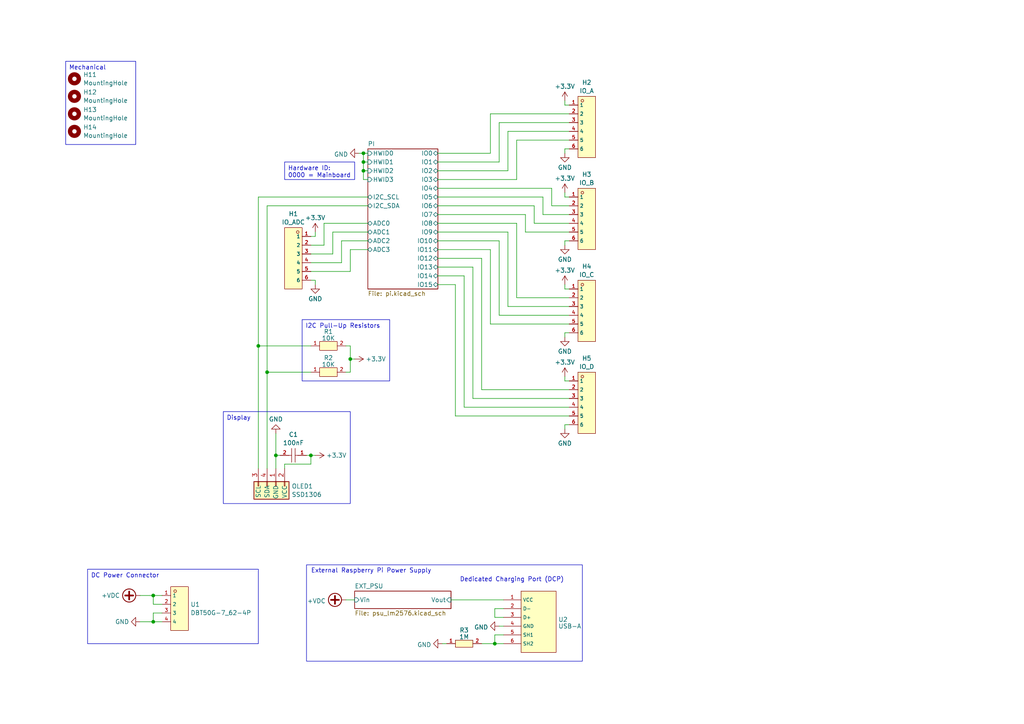
<source format=kicad_sch>
(kicad_sch (version 20230121) (generator eeschema)
  (paper "A4")
  (title_block (title "Dispensy Mainboard") (date "2024-01-20") (rev "0") (company "DrinkRobotics") (comment 1 "https://git.xythobuz.de/thomas/Dispensy") (comment 2 "Licensed under the CERN-OHL-S-2.0+") (comment 3 "PCB Thickness: 1mm") (comment 4 "Copyright (c) 2023 - 2024 Thomas Buck <thomas@xythobuz.de>"))
  (lib_symbols
    (symbol "Mechanical:MountingHole" (pin_names (offset 1.016))
      (property "Reference" "H" (at 0 5.08 0))
      (property "Value" "MountingHole" (at 0 3.175 0))
      (symbol "MountingHole_0_1"
        (circle (center 0 0) (radius 1.27) (stroke (width 1.27)))
      )
    )
    (symbol "SSD1306:SSD1306" (pin_names (offset 1.016))
      (property "Reference" "OLED" (at 0 5.08 0))
      (property "Value" "SSD1306" (at 0 -7.62 0))
      (symbol "SSD1306_1_1"
        (rectangle (start -1.27 -4.953) (end 0 -5.207) (stroke (width 0.1524)))
        (rectangle (start -1.27 -2.413) (end 0 -2.667) (stroke (width 0.1524)))
        (rectangle (start -1.27 0.127) (end 0 -0.127) (stroke (width 0.1524)))
        (rectangle (start -1.27 2.667) (end 0 2.413) (stroke (width 0.1524)))
        (rectangle (start -1.27 3.81) (end 3.81 -6.35) (stroke (width 0.254)) (fill (type background)))
        (pin power_in line (at -5.08 0 0) (length 3.81) (name "GND") (number "1"))
        (pin power_in line (at -5.08 2.54 0) (length 3.81) (name "VCC") (number "2"))
        (pin input line (at -5.08 -5.08 0) (length 3.81) (name "SCL") (number "3"))
        (pin bidirectional line (at -5.08 -2.54 0) (length 3.81) (name "SDA") (number "4"))
      )
    )
    (symbol "jlc:AC0402FR-071ML" (pin_names hide)
      (property "Reference" "R" (at 0 1.27 0))
      (property "Value" "AC0402FR-071ML" (at 0 -2.54 0))
      (symbol "AC0402FR-071ML_0_1"
        (rectangle (start -2.54 1.016) (end 2.54 -1.016) (fill (type background)))
        (pin unspecified line (at -5.08 0 0) (length 2.54) (name "1") (number "1"))
        (pin unspecified line (at 5.08 0 180) (length 2.54) (name "2") (number "2"))
      )
    )
    (symbol "jlc:CC0402KRX7R8BB104" (pin_names hide)
      (property "Reference" "C" (at 0 1.27 0))
      (property "Value" "CC0402KRX7R8BB104" (at 0 -2.54 0))
      (symbol "CC0402KRX7R8BB104_0_1"
        (polyline (pts (xy -1.27 0) (xy -0.508 0)))
        (polyline (pts (xy -0.508 2.032) (xy -0.508 -2.032)))
        (polyline (pts (xy 0.508 0) (xy 1.27 0)))
        (polyline (pts (xy 0.508 2.032) (xy 0.508 -2.032)))
        (pin input line (at -3.81 0 0) (length 2.54) (name "1") (number "1"))
        (pin input line (at 3.81 0 180) (length 2.54) (name "2") (number "2"))
      )
    )
    (symbol "jlc:CR-02FL6---10K" (pin_names hide)
      (property "Reference" "R" (at 0 1.27 0))
      (property "Value" "CR-02FL6---10K" (at 0 -2.54 0))
      (symbol "CR-02FL6---10K_0_1"
        (rectangle (start -2.54 1.27) (end 2.54 -1.27) (fill (type background)))
        (pin unspecified line (at -5.08 0 0) (length 2.54) (name "1") (number "1"))
        (pin unspecified line (at 5.08 0 180) (length 2.54) (name "2") (number "2"))
      )
    )
    (symbol "jlc:DBT50G-7_62-4P"
      (property "Reference" "U" (at 0 1.27 0))
      (property "Value" "DBT50G-7_62-4P" (at 0 -2.54 0))
      (symbol "DBT50G-7_62-4P_0_1"
        (rectangle (start -2.54 6.35) (end 2.54 -6.35) (fill (type background)))
        (circle (center -1.27 5.08) (radius 0.381) (fill (type background)))
        (pin unspecified line (at -5.08 3.81 0) (length 2.54) (name "1") (number "1"))
        (pin unspecified line (at -5.08 1.27 0) (length 2.54) (name "2") (number "2"))
        (pin unspecified line (at -5.08 -1.27 0) (length 2.54) (name "3") (number "3"))
        (pin unspecified line (at -5.08 -3.81 0) (length 2.54) (name "4") (number "4"))
      )
    )
    (symbol "jlc:Header-Female-2_54_1x6"
      (property "Reference" "H" (at 0 1.27 0))
      (property "Value" "Header-Female-2_54_1x6" (at 0 -2.54 0))
      (symbol "Header-Female-2_54_1x6_0_1"
        (rectangle (start -2.54 8.89) (end 2.54 -8.89) (fill (type background)))
        (circle (center -1.27 7.62) (radius 0.381) (fill (type background)))
        (pin unspecified line (at -5.08 6.35 0) (length 2.54) (name "1") (number "1"))
        (pin unspecified line (at -5.08 3.81 0) (length 2.54) (name "2") (number "2"))
        (pin unspecified line (at -5.08 1.27 0) (length 2.54) (name "3") (number "3"))
        (pin unspecified line (at -5.08 -1.27 0) (length 2.54) (name "4") (number "4"))
        (pin unspecified line (at -5.08 -3.81 0) (length 2.54) (name "5") (number "5"))
        (pin unspecified line (at -5.08 -6.35 0) (length 2.54) (name "6") (number "6"))
      )
    )
    (symbol "jlc:U-USBAR04P-F000"
      (property "Reference" "U" (at 0 1.27 0))
      (property "Value" "U-USBAR04P-F000" (at 0 -2.54 0))
      (symbol "U-USBAR04P-F000_0_1"
        (rectangle (start -2.54 10.16) (end 7.62 -7.62) (fill (type background)))
        (pin unspecified line (at -7.62 7.62 0) (length 5.08) (name "VCC") (number "1"))
        (pin unspecified line (at -7.62 5.08 0) (length 5.08) (name "D-") (number "2"))
        (pin unspecified line (at -7.62 2.54 0) (length 5.08) (name "D+") (number "3"))
        (pin unspecified line (at -7.62 0 0) (length 5.08) (name "GND") (number "4"))
        (pin unspecified line (at -7.62 -2.54 0) (length 5.08) (name "SH1") (number "5"))
        (pin unspecified line (at -7.62 -5.08 0) (length 5.08) (name "SH2") (number "6"))
      )
    )
    (symbol "power:+3.3V" (power) (pin_names (offset 0))
      (property "Value" "+3.3V" (at 0 3.556 0))
      (symbol "+3.3V_0_1"
        (polyline (pts (xy -0.762 1.27) (xy 0 2.54)))
        (polyline (pts (xy 0 0) (xy 0 2.54)))
        (polyline (pts (xy 0 2.54) (xy 0.762 1.27)))
      )
      (symbol "+3.3V_1_1"
        (pin power_in line (at 0 0 90) (length 0) hide (name "+3.3V") (number "1"))
      )
    )
    (symbol "power:+VDC" (power) (pin_names (offset 0))
      (property "Value" "+VDC" (at 0 6.35 0))
      (symbol "+VDC_0_1"
        (polyline (pts (xy -1.143 3.175) (xy 1.143 3.175)) (stroke (width 0.508)))
        (polyline (pts (xy 0 0) (xy 0 1.27)))
        (polyline (pts (xy 0 2.032) (xy 0 4.318)) (stroke (width 0.508)))
        (circle (center 0 3.175) (radius 1.905) (stroke (width 0.254)))
      )
      (symbol "+VDC_1_1"
        (pin power_in line (at 0 0 90) (length 0) hide (name "+VDC") (number "1"))
      )
    )
    (symbol "power:GND" (power) (pin_names (offset 0))
      (property "Value" "GND" (at 0 -3.81 0))
      (symbol "GND_0_1"
        (polyline (pts (xy 0 0) (xy 0 -1.27) (xy 1.27 -1.27) (xy 0 -2.54) (xy -1.27 -1.27) (xy 0 -1.27)))
      )
      (symbol "GND_1_1"
        (pin power_in line (at 0 0 270) (length 0) hide (name "GND") (number "1"))
      )
    )
  )
  (junction (at 44.45 172.72))
  (junction (at 101.6 104.14))
  (junction (at 44.45 180.34))
  (junction (at 77.47 107.95))
  (junction (at 143.51 186.69))
  (junction (at 74.93 100.33))
  (junction (at 105.41 46.99))
  (junction (at 105.41 49.53))
  (junction (at 80.01 132.08))
  (junction (at 90.17 132.08))
  (junction (at 105.41 44.45))
  (wire (pts (xy 143.51 186.69) (xy 139.7 186.69)))
  (wire (pts (xy 143.51 176.53) (xy 146.05 176.53)))
  (wire (pts (xy 104.14 44.45) (xy 105.41 44.45)))
  (wire (pts (xy 90.17 134.62) (xy 90.17 132.08)))
  (wire (pts (xy 147.32 49.53) (xy 127 49.53)))
  (wire (pts (xy 82.55 135.89) (xy 82.55 134.62)))
  (wire (pts (xy 165.1 88.9) (xy 147.32 88.9)))
  (wire (pts (xy 80.01 132.08) (xy 80.01 135.89)))
  (wire (pts (xy 44.45 177.8) (xy 44.45 180.34)))
  (wire (pts (xy 163.83 30.48) (xy 163.83 29.21)))
  (wire (pts (xy 163.83 43.18) (xy 163.83 44.45)))
  (wire (pts (xy 142.24 72.39) (xy 127 72.39)))
  (wire (pts (xy 144.78 69.85) (xy 127 69.85)))
  (wire (pts (xy 77.47 107.95) (xy 77.47 59.69)))
  (wire (pts (xy 46.99 177.8) (xy 44.45 177.8)))
  (wire (pts (xy 77.47 59.69) (xy 106.68 59.69)))
  (wire (pts (xy 163.83 110.49) (xy 163.83 109.22)))
  (wire (pts (xy 100.33 107.95) (xy 101.6 107.95)))
  (wire (pts (xy 101.6 78.74) (xy 101.6 72.39)))
  (wire (pts (xy 147.32 88.9) (xy 147.32 67.31)))
  (wire (pts (xy 77.47 107.95) (xy 90.17 107.95)))
  (wire (pts (xy 101.6 104.14) (xy 102.87 104.14)))
  (wire (pts (xy 132.08 120.65) (xy 165.1 120.65)))
  (wire (pts (xy 165.1 67.31) (xy 152.4 67.31)))
  (wire (pts (xy 80.01 125.73) (xy 80.01 132.08)))
  (wire (pts (xy 127 82.55) (xy 132.08 82.55)))
  (wire (pts (xy 144.78 181.61) (xy 146.05 181.61)))
  (wire (pts (xy 106.68 52.07) (xy 105.41 52.07)))
  (wire (pts (xy 105.41 52.07) (xy 105.41 49.53)))
  (wire (pts (xy 132.08 82.55) (xy 132.08 120.65)))
  (wire (pts (xy 144.78 46.99) (xy 127 46.99)))
  (wire (pts (xy 165.1 110.49) (xy 163.83 110.49)))
  (wire (pts (xy 44.45 175.26) (xy 44.45 172.72)))
  (wire (pts (xy 165.1 96.52) (xy 163.83 96.52)))
  (wire (pts (xy 137.16 115.57) (xy 137.16 77.47)))
  (wire (pts (xy 139.7 113.03) (xy 139.7 74.93)))
  (wire (pts (xy 90.17 78.74) (xy 101.6 78.74)))
  (wire (pts (xy 74.93 57.15) (xy 106.68 57.15)))
  (wire (pts (xy 165.1 62.23) (xy 157.48 62.23)))
  (wire (pts (xy 160.02 54.61) (xy 160.02 59.69)))
  (wire (pts (xy 40.64 180.34) (xy 44.45 180.34)))
  (wire (pts (xy 128.27 186.69) (xy 129.54 186.69)))
  (wire (pts (xy 165.1 118.11) (xy 134.62 118.11)))
  (wire (pts (xy 88.9 132.08) (xy 90.17 132.08)))
  (wire (pts (xy 44.45 172.72) (xy 46.99 172.72)))
  (wire (pts (xy 147.32 38.1) (xy 147.32 49.53)))
  (wire (pts (xy 144.78 35.56) (xy 144.78 46.99)))
  (wire (pts (xy 165.1 30.48) (xy 163.83 30.48)))
  (wire (pts (xy 99.06 76.2) (xy 99.06 69.85)))
  (wire (pts (xy 165.1 69.85) (xy 163.83 69.85)))
  (wire (pts (xy 74.93 135.89) (xy 74.93 100.33)))
  (wire (pts (xy 101.6 72.39) (xy 106.68 72.39)))
  (wire (pts (xy 142.24 33.02) (xy 142.24 44.45)))
  (wire (pts (xy 90.17 68.58) (xy 91.44 68.58)))
  (wire (pts (xy 90.17 76.2) (xy 99.06 76.2)))
  (wire (pts (xy 146.05 179.07) (xy 143.51 179.07)))
  (wire (pts (xy 91.44 81.28) (xy 91.44 82.55)))
  (wire (pts (xy 165.1 57.15) (xy 163.83 57.15)))
  (wire (pts (xy 101.6 107.95) (xy 101.6 104.14)))
  (wire (pts (xy 77.47 135.89) (xy 77.47 107.95)))
  (wire (pts (xy 165.1 83.82) (xy 163.83 83.82)))
  (wire (pts (xy 105.41 49.53) (xy 105.41 46.99)))
  (wire (pts (xy 143.51 184.15) (xy 143.51 186.69)))
  (wire (pts (xy 160.02 59.69) (xy 165.1 59.69)))
  (wire (pts (xy 100.33 173.99) (xy 102.87 173.99)))
  (wire (pts (xy 157.48 57.15) (xy 127 57.15)))
  (wire (pts (xy 154.94 64.77) (xy 154.94 59.69)))
  (wire (pts (xy 165.1 43.18) (xy 163.83 43.18)))
  (wire (pts (xy 165.1 91.44) (xy 144.78 91.44)))
  (wire (pts (xy 144.78 35.56) (xy 165.1 35.56)))
  (wire (pts (xy 149.86 40.64) (xy 149.86 52.07)))
  (wire (pts (xy 142.24 44.45) (xy 127 44.45)))
  (wire (pts (xy 91.44 68.58) (xy 91.44 67.31)))
  (wire (pts (xy 80.01 132.08) (xy 81.28 132.08)))
  (wire (pts (xy 165.1 93.98) (xy 142.24 93.98)))
  (wire (pts (xy 165.1 64.77) (xy 154.94 64.77)))
  (wire (pts (xy 106.68 46.99) (xy 105.41 46.99)))
  (wire (pts (xy 146.05 184.15) (xy 143.51 184.15)))
  (wire (pts (xy 149.86 86.36) (xy 149.86 64.77)))
  (wire (pts (xy 90.17 73.66) (xy 96.52 73.66)))
  (wire (pts (xy 90.17 71.12) (xy 93.98 71.12)))
  (wire (pts (xy 147.32 67.31) (xy 127 67.31)))
  (wire (pts (xy 40.64 172.72) (xy 44.45 172.72)))
  (wire (pts (xy 142.24 93.98) (xy 142.24 72.39)))
  (wire (pts (xy 46.99 175.26) (xy 44.45 175.26)))
  (wire (pts (xy 165.1 115.57) (xy 137.16 115.57)))
  (wire (pts (xy 101.6 100.33) (xy 101.6 104.14)))
  (wire (pts (xy 105.41 46.99) (xy 105.41 44.45)))
  (wire (pts (xy 90.17 81.28) (xy 91.44 81.28)))
  (wire (pts (xy 157.48 62.23) (xy 157.48 57.15)))
  (wire (pts (xy 130.81 173.99) (xy 146.05 173.99)))
  (wire (pts (xy 163.83 57.15) (xy 163.83 55.88)))
  (wire (pts (xy 152.4 67.31) (xy 152.4 62.23)))
  (wire (pts (xy 44.45 180.34) (xy 46.99 180.34)))
  (wire (pts (xy 74.93 100.33) (xy 90.17 100.33)))
  (wire (pts (xy 147.32 38.1) (xy 165.1 38.1)))
  (wire (pts (xy 144.78 91.44) (xy 144.78 69.85)))
  (wire (pts (xy 100.33 100.33) (xy 101.6 100.33)))
  (wire (pts (xy 90.17 132.08) (xy 91.44 132.08)))
  (wire (pts (xy 105.41 44.45) (xy 106.68 44.45)))
  (wire (pts (xy 93.98 71.12) (xy 93.98 64.77)))
  (wire (pts (xy 139.7 74.93) (xy 127 74.93)))
  (wire (pts (xy 99.06 69.85) (xy 106.68 69.85)))
  (wire (pts (xy 163.83 96.52) (xy 163.83 97.79)))
  (wire (pts (xy 163.83 123.19) (xy 163.83 124.46)))
  (wire (pts (xy 93.98 64.77) (xy 106.68 64.77)))
  (wire (pts (xy 154.94 59.69) (xy 127 59.69)))
  (wire (pts (xy 152.4 62.23) (xy 127 62.23)))
  (wire (pts (xy 149.86 40.64) (xy 165.1 40.64)))
  (wire (pts (xy 127 54.61) (xy 160.02 54.61)))
  (wire (pts (xy 134.62 80.01) (xy 127 80.01)))
  (wire (pts (xy 142.24 33.02) (xy 165.1 33.02)))
  (wire (pts (xy 149.86 52.07) (xy 127 52.07)))
  (wire (pts (xy 96.52 67.31) (xy 106.68 67.31)))
  (wire (pts (xy 163.83 69.85) (xy 163.83 71.12)))
  (wire (pts (xy 105.41 49.53) (xy 106.68 49.53)))
  (wire (pts (xy 165.1 113.03) (xy 139.7 113.03)))
  (wire (pts (xy 74.93 100.33) (xy 74.93 57.15)))
  (wire (pts (xy 143.51 186.69) (xy 146.05 186.69)))
  (wire (pts (xy 163.83 83.82) (xy 163.83 82.55)))
  (wire (pts (xy 134.62 118.11) (xy 134.62 80.01)))
  (wire (pts (xy 82.55 134.62) (xy 90.17 134.62)))
  (wire (pts (xy 165.1 86.36) (xy 149.86 86.36)))
  (wire (pts (xy 149.86 64.77) (xy 127 64.77)))
  (wire (pts (xy 143.51 179.07) (xy 143.51 176.53)))
  (wire (pts (xy 96.52 73.66) (xy 96.52 67.31)))
  (wire (pts (xy 165.1 123.19) (xy 163.83 123.19)))
  (wire (pts (xy 137.16 77.47) (xy 127 77.47)))
  (rectangle (start 88.9 163.83) (end 168.91 191.77))
  (text_box "Hardware ID:\n0000 = Mainboard" (at 82.55 46.99 0) (size 20.32 5.08) (effects (font (size 1.27 1.27)) (justify left top)))
  (text_box "DC Power Connector" (at 25.4 165.1 0) (size 49.53 21.59) (effects (font (size 1.27 1.27)) (justify left top)))
  (text_box "I2C Pull-Up Resistors" (at 87.63 92.71 0) (size 25.4 17.78) (effects (font (size 1.27 1.27)) (justify left top)))
  (text_box "Display" (at 64.77 119.38 0) (size 36.83 26.67) (effects (font (size 1.27 1.27)) (justify left top)))
  (text_box "Mechanical" (at 19.05 17.78 0) (size 20.32 24.13) (effects (font (size 1.27 1.27)) (justify left top)))
  (text "Dedicated Charging Port (DCP)" (at 133.35 168.91 0) (effects (font (size 1.27 1.27)) (justify left bottom)))
  (text "External Raspberry Pi Power Supply" (at 90.17 166.37 0) (effects (font (size 1.27 1.27)) (justify left bottom)))
  (symbol (lib_id "Mechanical:MountingHole") (at 21.59 22.86 0) (unit 1)
    (property "Reference" "H11" (at 24.13 21.6479 0) (effects (justify left)))
    (property "Value" "MountingHole" (at 24.13 24.0721 0) (effects (justify left)))
    (property "Footprint" "MountingHole:MountingHole_3.2mm_M3_Pad_TopBottom" (effects hide))
  )
  (symbol (lib_id "power:+3.3V") (at 163.83 82.55 0) (unit 1)
    (property "Reference" "#PWR016" (effects hide))
    (property "Value" "+3.3V" (at 163.83 78.4169 0))
  )
  (symbol (lib_id "jlc:CC0402KRX7R8BB104") (at 85.09 132.08 180) (unit 1)
    (property "Reference" "C1" (at 85.09 126.0307 0))
    (property "Value" "100nF" (at 85.09 128.4549 0))
    (property "Footprint" "jlc_footprints:C0402" (effects hide))
    (property "Datasheet" "https://item.szlcsc.com/15869.html" (effects hide))
    (property "LCSC" "C105883" (effects hide))
    (property "Capacitance" "100nF" (effects hide))
  )
  (symbol (lib_id "SSD1306:SSD1306") (at 80.01 140.97 270) (unit 1)
    (property "Reference" "OLED1" (at 84.582 141.0279 90) (effects (justify left)))
    (property "Value" "SSD1306" (at 84.582 143.4521 90) (effects (justify left)))
    (property "Footprint" "extern:SSD1306_0.96_Oled" (effects hide))
  )
  (symbol (lib_id "power:GND") (at 80.01 125.73 180) (unit 1)
    (property "Reference" "#PWR03" (effects hide))
    (property "Value" "GND" (at 80.01 121.5969 0))
  )
  (symbol (lib_id "power:GND") (at 144.78 181.61 270) (unit 1)
    (property "Reference" "#PWR011" (effects hide))
    (property "Value" "GND" (at 141.6051 181.9268 90) (effects (justify right)))
  )
  (symbol (lib_id "Mechanical:MountingHole") (at 21.59 33.02 0) (unit 1)
    (property "Reference" "H13" (at 24.13 31.8079 0) (effects (justify left)))
    (property "Value" "MountingHole" (at 24.13 34.2321 0) (effects (justify left)))
    (property "Footprint" "MountingHole:MountingHole_3.2mm_M3_Pad_TopBottom" (effects hide))
  )
  (symbol (lib_id "jlc:U-USBAR04P-F000") (at 153.67 181.61 0) (unit 1)
    (property "Reference" "U2" (at 161.925 179.6963 0) (effects (justify left)))
    (property "Value" "USB-A" (at 161.925 181.6173 0) (effects (justify left)))
    (property "Footprint" "jlc_footprints:USB-A-TH_USB-302-T" (effects hide))
    (property "Datasheet" "https://item.szlcsc.com/113689.html" (effects hide))
    (property "LCSC" "C386740" (effects hide))
  )
  (symbol (lib_id "power:GND") (at 163.83 97.79 0) (unit 1)
    (property "Reference" "#PWR017" (effects hide))
    (property "Value" "GND" (at 163.83 101.9231 0))
  )
  (symbol (lib_id "jlc:CR-02FL6---10K") (at 95.25 107.95 0) (unit 1)
    (property "Reference" "R2" (at 95.25 103.7971 0))
    (property "Value" "10K" (at 95.25 105.7181 0))
    (property "Footprint" "jlc_footprints:R0402" (effects hide))
    (property "Datasheet" "https://item.szlcsc.com/323315.html" (effects hide))
    (property "LCSC" "C406733" (effects hide))
    (property "Resistance" "10kΩ" (effects hide))
  )
  (symbol (lib_id "jlc:Header-Female-2_54_1x6") (at 170.18 116.84 0) (unit 1)
    (property "Reference" "H5" (at 170.18 103.9327 0))
    (property "Value" "IO_D" (at 170.18 106.3569 0))
    (property "Footprint" "jlc_footprints:HDR-TH_6P-P2.54-V-F" (effects hide))
    (property "Datasheet" "https://so.szlcsc.com/global.html?c=&k=C40877" (effects hide))
    (property "LCSC" "C40877" (effects hide))
  )
  (symbol (lib_id "jlc:Header-Female-2_54_1x6") (at 170.18 36.83 0) (unit 1)
    (property "Reference" "H2" (at 170.18 23.9227 0))
    (property "Value" "IO_A" (at 170.18 26.3469 0))
    (property "Footprint" "jlc_footprints:HDR-TH_6P-P2.54-V-F" (effects hide))
    (property "Datasheet" "https://so.szlcsc.com/global.html?c=&k=C40877" (effects hide))
    (property "LCSC" "C40877" (effects hide))
  )
  (symbol (lib_id "power:+3.3V") (at 102.87 104.14 270) (unit 1)
    (property "Reference" "#PWR08" (effects hide))
    (property "Value" "+3.3V" (at 106.045 104.14 90) (effects (justify left)))
  )
  (symbol (lib_id "power:GND") (at 128.27 186.69 270) (unit 1)
    (property "Reference" "#PWR010" (effects hide))
    (property "Value" "GND" (at 125.0951 187.0068 90) (effects (justify right)))
  )
  (symbol (lib_id "power:+VDC") (at 40.64 172.72 90) (unit 1)
    (property "Reference" "#PWR01" (effects hide))
    (property "Value" "+VDC" (at 34.798 172.72 90) (effects (justify left)))
  )
  (symbol (lib_id "Mechanical:MountingHole") (at 21.59 27.94 0) (unit 1)
    (property "Reference" "H12" (at 24.13 26.7279 0) (effects (justify left)))
    (property "Value" "MountingHole" (at 24.13 29.1521 0) (effects (justify left)))
    (property "Footprint" "MountingHole:MountingHole_3.2mm_M3_Pad_TopBottom" (effects hide))
  )
  (symbol (lib_id "jlc:DBT50G-7_62-4P") (at 52.07 176.53 0) (unit 1)
    (property "Reference" "U1" (at 55.245 175.3179 0) (effects (justify left)))
    (property "Value" "DBT50G-7_62-4P" (at 55.245 177.7421 0) (effects (justify left)))
    (property "Footprint" "jlc_footprints:CONN-TH_4P-P7.62_L15.2-W31.7-EX4.2" (effects hide))
    (property "Datasheet" "https://item.szlcsc.com/512151.html?ref=editor&logined=true" (effects hide))
    (property "LCSC" "C496132" (effects hide))
  )
  (symbol (lib_id "jlc:AC0402FR-071ML") (at 134.62 186.69 0) (unit 1)
    (property "Reference" "R3" (at 134.62 182.7911 0))
    (property "Value" "1M" (at 134.62 184.7121 0))
    (property "Footprint" "jlc_footprints:R0402" (effects hide))
    (property "Datasheet" "https://item.szlcsc.com/323315.html" (effects hide))
    (property "LCSC" "C144787" (effects hide))
    (property "Resistance" "1MΩ" (effects hide))
  )
  (symbol (lib_id "power:GND") (at 104.14 44.45 270) (unit 1)
    (property "Reference" "#PWR09" (effects hide))
    (property "Value" "GND" (at 100.9651 44.7668 90) (effects (justify right)))
  )
  (symbol (lib_id "power:GND") (at 163.83 124.46 0) (unit 1)
    (property "Reference" "#PWR019" (effects hide))
    (property "Value" "GND" (at 163.83 128.5931 0))
  )
  (symbol (lib_id "power:GND") (at 91.44 82.55 0) (mirror y) (unit 1)
    (property "Reference" "#PWR05" (effects hide))
    (property "Value" "GND" (at 91.44 86.6831 0))
  )
  (symbol (lib_id "power:+VDC") (at 100.33 173.99 90) (unit 1)
    (property "Reference" "#PWR07" (effects hide))
    (property "Value" "+VDC" (at 94.488 174.3068 90) (effects (justify left)))
  )
  (symbol (lib_id "power:+3.3V") (at 163.83 29.21 0) (unit 1)
    (property "Reference" "#PWR012" (effects hide))
    (property "Value" "+3.3V" (at 163.83 25.0769 0))
  )
  (symbol (lib_id "power:+3.3V") (at 163.83 109.22 0) (unit 1)
    (property "Reference" "#PWR018" (effects hide))
    (property "Value" "+3.3V" (at 163.83 105.0869 0))
  )
  (symbol (lib_id "power:+3.3V") (at 91.44 67.31 0) (mirror y) (unit 1)
    (property "Reference" "#PWR04" (effects hide))
    (property "Value" "+3.3V" (at 91.44 63.1769 0))
  )
  (symbol (lib_id "jlc:Header-Female-2_54_1x6") (at 170.18 90.17 0) (unit 1)
    (property "Reference" "H4" (at 170.18 77.2627 0))
    (property "Value" "IO_C" (at 170.18 79.6869 0))
    (property "Footprint" "jlc_footprints:HDR-TH_6P-P2.54-V-F" (effects hide))
    (property "Datasheet" "https://so.szlcsc.com/global.html?c=&k=C40877" (effects hide))
    (property "LCSC" "C40877" (effects hide))
  )
  (symbol (lib_id "power:GND") (at 40.64 180.34 270) (unit 1)
    (property "Reference" "#PWR02" (effects hide))
    (property "Value" "GND" (at 37.4651 180.34 90) (effects (justify right)))
  )
  (symbol (lib_id "power:GND") (at 163.83 44.45 0) (unit 1)
    (property "Reference" "#PWR013" (effects hide))
    (property "Value" "GND" (at 163.83 48.5831 0))
  )
  (symbol (lib_id "power:GND") (at 163.83 71.12 0) (unit 1)
    (property "Reference" "#PWR015" (effects hide))
    (property "Value" "GND" (at 163.83 75.2531 0))
  )
  (symbol (lib_id "power:+3.3V") (at 91.44 132.08 270) (unit 1)
    (property "Reference" "#PWR06" (effects hide))
    (property "Value" "+3.3V" (at 94.615 132.08 90) (effects (justify left)))
  )
  (symbol (lib_id "jlc:Header-Female-2_54_1x6") (at 85.09 74.93 0) (mirror y) (unit 1)
    (property "Reference" "H1" (at 85.09 62.0227 0))
    (property "Value" "IO_ADC" (at 85.09 64.4469 0))
    (property "Footprint" "jlc_footprints:HDR-TH_6P-P2.54-V-F" (effects hide))
    (property "Datasheet" "https://so.szlcsc.com/global.html?c=&k=C40877" (effects hide))
    (property "LCSC" "C40877" (effects hide))
  )
  (symbol (lib_id "power:+3.3V") (at 163.83 55.88 0) (unit 1)
    (property "Reference" "#PWR014" (effects hide))
    (property "Value" "+3.3V" (at 163.83 51.7469 0))
  )
  (symbol (lib_id "jlc:Header-Female-2_54_1x6") (at 170.18 63.5 0) (unit 1)
    (property "Reference" "H3" (at 170.18 50.5927 0))
    (property "Value" "IO_B" (at 170.18 53.0169 0))
    (property "Footprint" "jlc_footprints:HDR-TH_6P-P2.54-V-F" (effects hide))
    (property "Datasheet" "https://so.szlcsc.com/global.html?c=&k=C40877" (effects hide))
    (property "LCSC" "C40877" (effects hide))
  )
  (symbol (lib_id "jlc:CR-02FL6---10K") (at 95.25 100.33 0) (unit 1)
    (property "Reference" "R1" (at 95.25 96.1771 0))
    (property "Value" "10K" (at 95.25 98.0981 0))
    (property "Footprint" "jlc_footprints:R0402" (effects hide))
    (property "Datasheet" "https://item.szlcsc.com/323315.html" (effects hide))
    (property "LCSC" "C406733" (effects hide))
    (property "Resistance" "10kΩ" (effects hide))
  )
  (symbol (lib_id "Mechanical:MountingHole") (at 21.59 38.1 0) (unit 1)
    (property "Reference" "H14" (at 24.13 36.8879 0) (effects (justify left)))
    (property "Value" "MountingHole" (at 24.13 39.3121 0) (effects (justify left)))
    (property "Footprint" "MountingHole:MountingHole_3.2mm_M3_Pad_TopBottom" (effects hide))
  )
  (sheet (at 102.87 171.45) (size 27.94 5.08) (stroke (width 0.1524))
    (property "Sheetname" "EXT_PSU" (at 102.87 170.7384 0) (effects (justify left bottom)))
    (property "Sheetfile" "psu_lm2576.kicad_sch" (at 102.87 177.1146 0) (effects (justify left top)))
    (pin "Vout" input (at 130.81 173.99 0))
    (pin "Vin" input (at 102.87 173.99 180))
  )
  (sheet (at 106.68 43.18) (size 20.32 40.64) (stroke (width 0.1524))
    (property "Sheetname" "PI" (at 106.68 42.4684 0) (effects (justify left bottom)))
    (property "Sheetfile" "pi.kicad_sch" (at 106.68 84.4046 0) (effects (justify left top)))
    (pin "IO8" bidirectional (at 127 64.77 0))
    (pin "IO9" bidirectional (at 127 67.31 0))
    (pin "IO5" bidirectional (at 127 57.15 0))
    (pin "IO6" bidirectional (at 127 59.69 0))
    (pin "IO7" bidirectional (at 127 62.23 0))
    (pin "IO4" bidirectional (at 127 54.61 0))
    (pin "IO3" bidirectional (at 127 52.07 0))
    (pin "IO2" bidirectional (at 127 49.53 0))
    (pin "IO1" bidirectional (at 127 46.99 0))
    (pin "IO0" bidirectional (at 127 44.45 0))
    (pin "IO15" bidirectional (at 127 82.55 0))
    (pin "IO14" bidirectional (at 127 80.01 0))
    (pin "ADC1" bidirectional (at 106.68 67.31 180))
    (pin "ADC2" bidirectional (at 106.68 69.85 180))
    (pin "ADC3" bidirectional (at 106.68 72.39 180))
    (pin "ADC0" bidirectional (at 106.68 64.77 180))
    (pin "IO12" bidirectional (at 127 74.93 0))
    (pin "I2C_SDA" bidirectional (at 106.68 59.69 180))
    (pin "IO13" bidirectional (at 127 77.47 0))
    (pin "IO10" bidirectional (at 127 69.85 0))
    (pin "IO11" bidirectional (at 127 72.39 0))
    (pin "I2C_SCL" bidirectional (at 106.68 57.15 180))
    (pin "HWID2" input (at 106.68 49.53 180))
    (pin "HWID3" input (at 106.68 52.07 180))
    (pin "HWID0" input (at 106.68 44.45 180))
    (pin "HWID1" input (at 106.68 46.99 180))
  )
)
</source>
